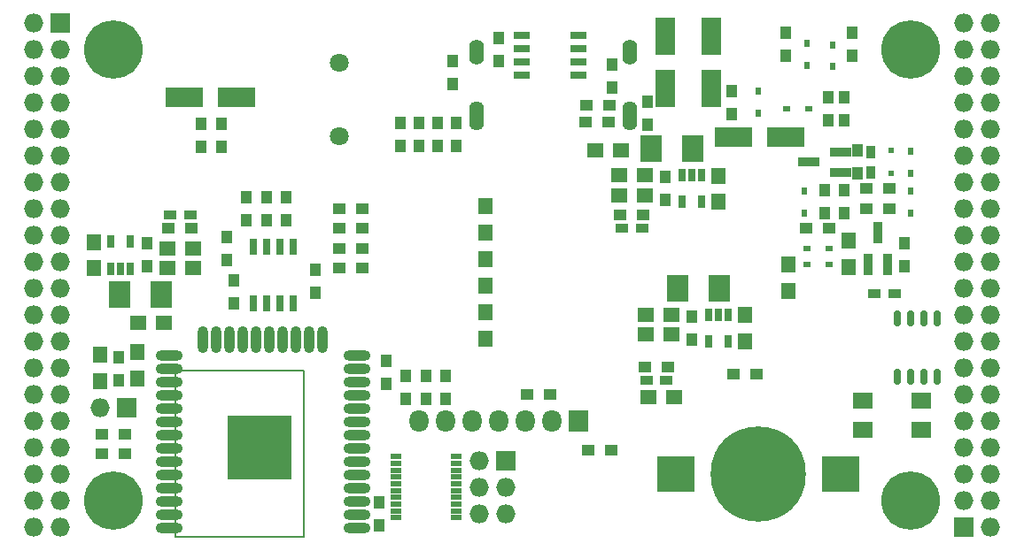
<source format=gbs>
G04 #@! TF.FileFunction,Soldermask,Bot*
%FSLAX46Y46*%
G04 Gerber Fmt 4.6, Leading zero omitted, Abs format (unit mm)*
G04 Created by KiCad (PCBNEW 4.0.7+dfsg1-1) date Wed Oct 11 15:56:21 2017*
%MOMM*%
%LPD*%
G01*
G04 APERTURE LIST*
%ADD10C,0.100000*%
%ADD11C,0.150000*%
%ADD12R,1.900000X3.600000*%
%ADD13R,1.000000X1.300000*%
%ADD14R,2.100000X2.600000*%
%ADD15R,0.800000X1.300000*%
%ADD16R,1.350000X1.600000*%
%ADD17R,1.600000X1.350000*%
%ADD18O,0.709600X1.573200*%
%ADD19R,0.900000X2.000000*%
%ADD20R,2.000000X0.900000*%
%ADD21R,1.300000X0.850000*%
%ADD22R,0.850000X1.300000*%
%ADD23R,1.300000X1.000000*%
%ADD24R,0.700000X1.650000*%
%ADD25R,1.650000X0.700000*%
%ADD26O,2.600000X1.000000*%
%ADD27O,1.000000X2.600000*%
%ADD28R,6.100000X6.100000*%
%ADD29R,1.827200X1.827200*%
%ADD30O,1.827200X1.827200*%
%ADD31C,5.600000*%
%ADD32R,1.100000X0.500000*%
%ADD33R,1.827200X2.132000*%
%ADD34O,1.827200X2.132000*%
%ADD35R,3.600000X3.400000*%
%ADD36C,9.100000*%
%ADD37C,1.800000*%
%ADD38O,1.400000X2.800000*%
%ADD39O,1.400000X2.400000*%
%ADD40R,1.900000X1.500000*%
%ADD41R,0.600000X0.600000*%
%ADD42R,0.700000X0.550000*%
%ADD43R,0.550000X0.700000*%
%ADD44R,3.600000X1.900000*%
G04 APERTURE END LIST*
D10*
D11*
X121205000Y-95965000D02*
X108905000Y-95965000D01*
X121205000Y-111915000D02*
X121205000Y-95965000D01*
X108905000Y-111915000D02*
X121205000Y-111915000D01*
X108905000Y-95965000D02*
X108905000Y-111915000D01*
D12*
X155695000Y-69000000D03*
X155695000Y-64000000D03*
D13*
X154044000Y-72426000D03*
X154044000Y-70226000D03*
D14*
X160870000Y-88090000D03*
X156870000Y-88090000D03*
D15*
X159825000Y-90600000D03*
X160775000Y-90600000D03*
X161725000Y-90600000D03*
X161725000Y-93200000D03*
X159825000Y-93200000D03*
D14*
X158330000Y-74755000D03*
X154330000Y-74755000D03*
D15*
X157285000Y-77235000D03*
X158235000Y-77235000D03*
X159185000Y-77235000D03*
X159185000Y-79835000D03*
X157285000Y-79835000D03*
D14*
X103530000Y-88725000D03*
X107530000Y-88725000D03*
D15*
X104575000Y-86215000D03*
X103625000Y-86215000D03*
X102675000Y-86215000D03*
X102675000Y-83615000D03*
X104575000Y-83615000D03*
D16*
X101085000Y-83665000D03*
X101085000Y-86165000D03*
D17*
X153810000Y-90630000D03*
X156310000Y-90630000D03*
X153810000Y-92535000D03*
X156310000Y-92535000D03*
D16*
X163315000Y-93150000D03*
X163315000Y-90650000D03*
D17*
X151270000Y-79200000D03*
X153770000Y-79200000D03*
X151270000Y-77295000D03*
X153770000Y-77295000D03*
D16*
X160775000Y-79815000D03*
X160775000Y-77315000D03*
D17*
X110590000Y-84280000D03*
X108090000Y-84280000D03*
X110590000Y-86185000D03*
X108090000Y-86185000D03*
D18*
X181730000Y-96599000D03*
X180460000Y-96599000D03*
X179190000Y-96599000D03*
X177920000Y-96599000D03*
X177920000Y-91011000D03*
X179190000Y-91011000D03*
X180460000Y-91011000D03*
X181730000Y-91011000D03*
D16*
X173221000Y-86038000D03*
X173221000Y-83538000D03*
D19*
X176965000Y-85780000D03*
X175065000Y-85780000D03*
X176015000Y-82780000D03*
D20*
X172435000Y-75075000D03*
X172435000Y-76975000D03*
X169435000Y-76025000D03*
D21*
X153910000Y-96910000D03*
X155810000Y-96910000D03*
X151570000Y-82375000D03*
X153470000Y-82375000D03*
X110290000Y-81105000D03*
X108390000Y-81105000D03*
D22*
X175380000Y-75075000D03*
X175380000Y-76975000D03*
D23*
X169200000Y-82375000D03*
X171400000Y-82375000D03*
D13*
X172840000Y-80935000D03*
X172840000Y-78735000D03*
D23*
X177115000Y-80470000D03*
X174915000Y-80470000D03*
D13*
X174110000Y-74925000D03*
X174110000Y-77125000D03*
X178555000Y-83815000D03*
X178555000Y-86015000D03*
X113785000Y-83180000D03*
X113785000Y-85380000D03*
X170935000Y-80935000D03*
X170935000Y-78735000D03*
X128390000Y-108580000D03*
X128390000Y-110780000D03*
D23*
X150572000Y-103584000D03*
X148372000Y-103584000D03*
X177115000Y-78565000D03*
X174915000Y-78565000D03*
X153760000Y-95640000D03*
X155960000Y-95640000D03*
X110440000Y-82375000D03*
X108240000Y-82375000D03*
X151420000Y-81105000D03*
X153620000Y-81105000D03*
D13*
X158235000Y-90800000D03*
X158235000Y-93000000D03*
X106165000Y-86015000D03*
X106165000Y-83815000D03*
X155695000Y-77465000D03*
X155695000Y-79665000D03*
D23*
X126782000Y-86185000D03*
X124582000Y-86185000D03*
X126782000Y-84279000D03*
X124582000Y-84279000D03*
X126782000Y-82375000D03*
X124582000Y-82375000D03*
X126782000Y-80470000D03*
X124582000Y-80470000D03*
D13*
X130422000Y-74458000D03*
X130422000Y-72258000D03*
X132200000Y-74458000D03*
X132200000Y-72258000D03*
X133978000Y-74458000D03*
X133978000Y-72258000D03*
X135756000Y-74458000D03*
X135756000Y-72258000D03*
D24*
X116325000Y-84120000D03*
X117595000Y-84120000D03*
X118865000Y-84120000D03*
X120135000Y-84120000D03*
X120135000Y-89520000D03*
X118865000Y-89520000D03*
X117595000Y-89520000D03*
X116325000Y-89520000D03*
D21*
X175700000Y-88598000D03*
X177600000Y-88598000D03*
D25*
X141980000Y-67705000D03*
X141980000Y-66435000D03*
X141980000Y-65165000D03*
X141980000Y-63895000D03*
X147380000Y-63895000D03*
X147380000Y-65165000D03*
X147380000Y-66435000D03*
X147380000Y-67705000D03*
D26*
X126260434Y-111030338D03*
X126260434Y-109760338D03*
X126260434Y-108490338D03*
X126260434Y-107220338D03*
X126260434Y-105950338D03*
X126260434Y-104680338D03*
X126260434Y-103410338D03*
X126260434Y-102140338D03*
X126260434Y-100870338D03*
X126260434Y-99600338D03*
X126260434Y-98330338D03*
X126260434Y-97060338D03*
X126260434Y-95790338D03*
X126260434Y-94520338D03*
D27*
X122975434Y-93030338D03*
X121705434Y-93030338D03*
X120435434Y-93030338D03*
X119165434Y-93030338D03*
X117895434Y-93030338D03*
X116625434Y-93030338D03*
X115355434Y-93030338D03*
X114085434Y-93030338D03*
X112815434Y-93030338D03*
X111545434Y-93030338D03*
D26*
X108260434Y-94520338D03*
X108260434Y-95790338D03*
X108260434Y-97060338D03*
X108260434Y-98330338D03*
X108260434Y-99600338D03*
X108260434Y-100870338D03*
X108260434Y-102140338D03*
X108260434Y-103410338D03*
X108260434Y-104680338D03*
X108260434Y-105950338D03*
X108260434Y-107220338D03*
X108260434Y-108490338D03*
X108260434Y-109760338D03*
X108260434Y-111030338D03*
D28*
X116960434Y-103330338D03*
D29*
X97910000Y-62690000D03*
D30*
X95370000Y-62690000D03*
X97910000Y-65230000D03*
X95370000Y-65230000D03*
X97910000Y-67770000D03*
X95370000Y-67770000D03*
X97910000Y-70310000D03*
X95370000Y-70310000D03*
X97910000Y-72850000D03*
X95370000Y-72850000D03*
X97910000Y-75390000D03*
X95370000Y-75390000D03*
X97910000Y-77930000D03*
X95370000Y-77930000D03*
X97910000Y-80470000D03*
X95370000Y-80470000D03*
X97910000Y-83010000D03*
X95370000Y-83010000D03*
X97910000Y-85550000D03*
X95370000Y-85550000D03*
X97910000Y-88090000D03*
X95370000Y-88090000D03*
X97910000Y-90630000D03*
X95370000Y-90630000D03*
X97910000Y-93170000D03*
X95370000Y-93170000D03*
X97910000Y-95710000D03*
X95370000Y-95710000D03*
X97910000Y-98250000D03*
X95370000Y-98250000D03*
X97910000Y-100790000D03*
X95370000Y-100790000D03*
X97910000Y-103330000D03*
X95370000Y-103330000D03*
X97910000Y-105870000D03*
X95370000Y-105870000D03*
X97910000Y-108410000D03*
X95370000Y-108410000D03*
X97910000Y-110950000D03*
X95370000Y-110950000D03*
D29*
X184270000Y-110950000D03*
D30*
X186810000Y-110950000D03*
X184270000Y-108410000D03*
X186810000Y-108410000D03*
X184270000Y-105870000D03*
X186810000Y-105870000D03*
X184270000Y-103330000D03*
X186810000Y-103330000D03*
X184270000Y-100790000D03*
X186810000Y-100790000D03*
X184270000Y-98250000D03*
X186810000Y-98250000D03*
X184270000Y-95710000D03*
X186810000Y-95710000D03*
X184270000Y-93170000D03*
X186810000Y-93170000D03*
X184270000Y-90630000D03*
X186810000Y-90630000D03*
X184270000Y-88090000D03*
X186810000Y-88090000D03*
X184270000Y-85550000D03*
X186810000Y-85550000D03*
X184270000Y-83010000D03*
X186810000Y-83010000D03*
X184270000Y-80470000D03*
X186810000Y-80470000D03*
X184270000Y-77930000D03*
X186810000Y-77930000D03*
X184270000Y-75390000D03*
X186810000Y-75390000D03*
X184270000Y-72850000D03*
X186810000Y-72850000D03*
X184270000Y-70310000D03*
X186810000Y-70310000D03*
X184270000Y-67770000D03*
X186810000Y-67770000D03*
X184270000Y-65230000D03*
X186810000Y-65230000D03*
X184270000Y-62690000D03*
X186810000Y-62690000D03*
D31*
X102990000Y-108410000D03*
X179190000Y-108410000D03*
X179190000Y-65230000D03*
X102990000Y-65230000D03*
D13*
X162045000Y-71410000D03*
X162045000Y-69210000D03*
X139820000Y-66330000D03*
X139820000Y-64130000D03*
X135375000Y-68532000D03*
X135375000Y-66332000D03*
X150615000Y-68870000D03*
X150615000Y-66670000D03*
D23*
X150275000Y-72215000D03*
X148075000Y-72215000D03*
X150380000Y-70600000D03*
X148180000Y-70600000D03*
D32*
X135735000Y-104215000D03*
X135735000Y-104865000D03*
X135735000Y-105515000D03*
X135735000Y-106165000D03*
X135735000Y-106815000D03*
X135735000Y-107465000D03*
X135735000Y-108115000D03*
X135735000Y-108765000D03*
X135735000Y-109415000D03*
X135735000Y-110065000D03*
X129935000Y-110065000D03*
X129935000Y-109415000D03*
X129935000Y-108765000D03*
X129935000Y-108115000D03*
X129935000Y-107465000D03*
X129935000Y-106815000D03*
X129935000Y-106165000D03*
X129935000Y-105515000D03*
X129935000Y-104865000D03*
X129935000Y-104215000D03*
D13*
X119500000Y-79370000D03*
X119500000Y-81570000D03*
X114480000Y-89500000D03*
X114480000Y-87300000D03*
X129025000Y-97275000D03*
X129025000Y-95075000D03*
X117595000Y-79370000D03*
X117595000Y-81570000D03*
X122280000Y-86300000D03*
X122280000Y-88500000D03*
X115690000Y-79370000D03*
X115690000Y-81570000D03*
D23*
X144730000Y-98250000D03*
X142530000Y-98250000D03*
D13*
X132835000Y-98715000D03*
X132835000Y-96515000D03*
X130930000Y-98715000D03*
X130930000Y-96515000D03*
D23*
X101890000Y-103965000D03*
X104090000Y-103965000D03*
D29*
X104260000Y-99520000D03*
D30*
X101720000Y-99520000D03*
D23*
X101890000Y-102060000D03*
X104090000Y-102060000D03*
D13*
X103498000Y-96894000D03*
X103498000Y-94694000D03*
D16*
X167506000Y-88324000D03*
X167506000Y-85824000D03*
D23*
X164415000Y-96345000D03*
X162215000Y-96345000D03*
D13*
X167252000Y-65822000D03*
X167252000Y-63622000D03*
D29*
X140455000Y-104600000D03*
D30*
X137915000Y-104600000D03*
X140455000Y-107140000D03*
X137915000Y-107140000D03*
X140455000Y-109680000D03*
X137915000Y-109680000D03*
D16*
X138550000Y-90396000D03*
X138550000Y-92896000D03*
X138550000Y-82736000D03*
X138550000Y-80236000D03*
X138550000Y-85316000D03*
X138550000Y-87816000D03*
X101720000Y-94460000D03*
X101720000Y-96960000D03*
D13*
X113277000Y-74585000D03*
X113277000Y-72385000D03*
X111372000Y-74585000D03*
X111372000Y-72385000D03*
X172840000Y-72045000D03*
X172840000Y-69845000D03*
X171316000Y-72045000D03*
X171316000Y-69845000D03*
D33*
X147440000Y-100790000D03*
D34*
X144900000Y-100790000D03*
X142360000Y-100790000D03*
X139820000Y-100790000D03*
X137280000Y-100790000D03*
X134740000Y-100790000D03*
X132200000Y-100790000D03*
D35*
X172485000Y-105870000D03*
X156685000Y-105870000D03*
D36*
X164585000Y-105870000D03*
D37*
X124580000Y-66540000D03*
X124580000Y-73540000D03*
D38*
X152280000Y-71550000D03*
X137680000Y-71550000D03*
D39*
X137680000Y-65500000D03*
X152280000Y-65500000D03*
D40*
X180212000Y-98882000D03*
X174612000Y-98882000D03*
X174612000Y-101682000D03*
X180212000Y-101682000D03*
D41*
X177285000Y-74925000D03*
X177285000Y-77125000D03*
D16*
X105276000Y-96706000D03*
X105276000Y-94206000D03*
D42*
X169250000Y-84280000D03*
X171350000Y-84280000D03*
D43*
X179190000Y-80885000D03*
X179190000Y-78785000D03*
X169030000Y-80885000D03*
X169030000Y-78785000D03*
D42*
X171350000Y-85804000D03*
X169250000Y-85804000D03*
D43*
X179190000Y-77075000D03*
X179190000Y-74975000D03*
D42*
X167345000Y-70945000D03*
X169445000Y-70945000D03*
D43*
X164585000Y-69260000D03*
X164585000Y-71360000D03*
X169284000Y-66788000D03*
X169284000Y-64688000D03*
X171697000Y-66881000D03*
X171697000Y-64781000D03*
D44*
X109761000Y-69802000D03*
X114761000Y-69802000D03*
X167212000Y-73612000D03*
X162212000Y-73612000D03*
D12*
X160140000Y-64000000D03*
X160140000Y-69000000D03*
D17*
X154064000Y-98504000D03*
X156564000Y-98504000D03*
X107796000Y-91392000D03*
X105296000Y-91392000D03*
X151484000Y-74882000D03*
X148984000Y-74882000D03*
D13*
X173602000Y-65822000D03*
X173602000Y-63622000D03*
X134740000Y-96515000D03*
X134740000Y-98715000D03*
M02*

</source>
